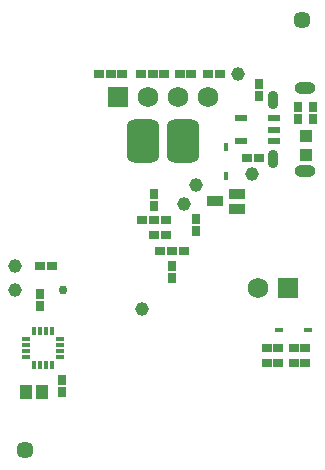
<source format=gbs>
G04*
G04 #@! TF.GenerationSoftware,Altium Limited,Altium Designer,22.3.1 (43)*
G04*
G04 Layer_Color=16711935*
%FSLAX25Y25*%
%MOIN*%
G70*
G04*
G04 #@! TF.SameCoordinates,8BB9F333-D91B-4341-8B3B-76DA7BD7A395*
G04*
G04*
G04 #@! TF.FilePolarity,Negative*
G04*
G01*
G75*
%ADD32R,0.04331X0.02362*%
%ADD35R,0.03362X0.02969*%
%ADD37R,0.02969X0.03362*%
%ADD43C,0.06906*%
%ADD44R,0.06906X0.06906*%
%ADD45O,0.07102X0.04051*%
%ADD46O,0.03559X0.06118*%
%ADD47C,0.03000*%
%ADD48C,0.05724*%
%ADD58R,0.01400X0.02550*%
%ADD62R,0.02953X0.01181*%
%ADD63R,0.01181X0.02953*%
%ADD64R,0.02550X0.01400*%
%ADD67R,0.04150X0.04150*%
%ADD68C,0.04543*%
G04:AMPARAMS|DCode=69|XSize=108.43mil|YSize=147.8mil|CornerRadius=29.61mil|HoleSize=0mil|Usage=FLASHONLY|Rotation=180.000|XOffset=0mil|YOffset=0mil|HoleType=Round|Shape=RoundedRectangle|*
%AMROUNDEDRECTD69*
21,1,0.10843,0.08858,0,0,180.0*
21,1,0.04921,0.14780,0,0,180.0*
1,1,0.05921,-0.02461,0.04429*
1,1,0.05921,0.02461,0.04429*
1,1,0.05921,0.02461,-0.04429*
1,1,0.05921,-0.02461,-0.04429*
%
%ADD69ROUNDEDRECTD69*%
%ADD70R,0.05331X0.03362*%
%ADD71R,0.04150X0.04543*%
D32*
X90012Y117618D02*
D03*
Y113878D02*
D03*
Y110138D02*
D03*
X78988D02*
D03*
Y117618D02*
D03*
D35*
X58531Y132500D02*
D03*
X62468D02*
D03*
X68032D02*
D03*
X71969D02*
D03*
X12032Y68500D02*
D03*
X15969D02*
D03*
X91469Y36122D02*
D03*
X87532D02*
D03*
X96531Y41122D02*
D03*
X100469D02*
D03*
X96531Y36122D02*
D03*
X100469D02*
D03*
X60000Y73500D02*
D03*
X56063D02*
D03*
X52126D02*
D03*
X54000Y83622D02*
D03*
X50063D02*
D03*
X46126D02*
D03*
X53437Y132500D02*
D03*
X49500D02*
D03*
X45563D02*
D03*
X39437D02*
D03*
X35500D02*
D03*
X31563D02*
D03*
X53969Y78622D02*
D03*
X50032D02*
D03*
X91469Y41122D02*
D03*
X87532D02*
D03*
X81032Y104378D02*
D03*
X84969D02*
D03*
D37*
X56000Y68468D02*
D03*
Y64531D02*
D03*
X50000Y88532D02*
D03*
Y92469D02*
D03*
X98000Y117532D02*
D03*
Y121468D02*
D03*
X103000Y121468D02*
D03*
Y117532D02*
D03*
X85000Y128969D02*
D03*
Y125031D02*
D03*
X64000Y80154D02*
D03*
Y84091D02*
D03*
X19400Y30468D02*
D03*
Y26531D02*
D03*
X12000Y55032D02*
D03*
Y58969D02*
D03*
D43*
X68000Y124622D02*
D03*
X58000D02*
D03*
X48000D02*
D03*
X84500Y61000D02*
D03*
D44*
X38000Y124622D02*
D03*
X94500Y61000D02*
D03*
D45*
X100300Y127720D02*
D03*
Y100161D02*
D03*
D46*
X89670Y123784D02*
D03*
Y104098D02*
D03*
D47*
X19500Y60500D02*
D03*
D48*
X99299Y150480D02*
D03*
X7000Y7000D02*
D03*
D58*
X74000Y108000D02*
D03*
Y98350D02*
D03*
D62*
X7390Y44075D02*
D03*
Y42106D02*
D03*
Y40138D02*
D03*
Y38169D02*
D03*
X18610D02*
D03*
Y40138D02*
D03*
Y42106D02*
D03*
Y44075D02*
D03*
D63*
X10047Y35512D02*
D03*
X12016D02*
D03*
X13984D02*
D03*
X15953D02*
D03*
Y46732D02*
D03*
X13984D02*
D03*
X12016D02*
D03*
X10047D02*
D03*
D64*
X101325Y47122D02*
D03*
X91675D02*
D03*
D67*
X100500Y105350D02*
D03*
Y111650D02*
D03*
D68*
X82500Y99000D02*
D03*
X3500Y60500D02*
D03*
Y68500D02*
D03*
X60000Y89000D02*
D03*
X46000Y54000D02*
D03*
X78000Y132500D02*
D03*
X64000Y95500D02*
D03*
D69*
X46307Y110122D02*
D03*
X59693D02*
D03*
D70*
X70260Y90000D02*
D03*
X77740Y87441D02*
D03*
Y92559D02*
D03*
D71*
X12756Y26500D02*
D03*
X7244D02*
D03*
M02*

</source>
